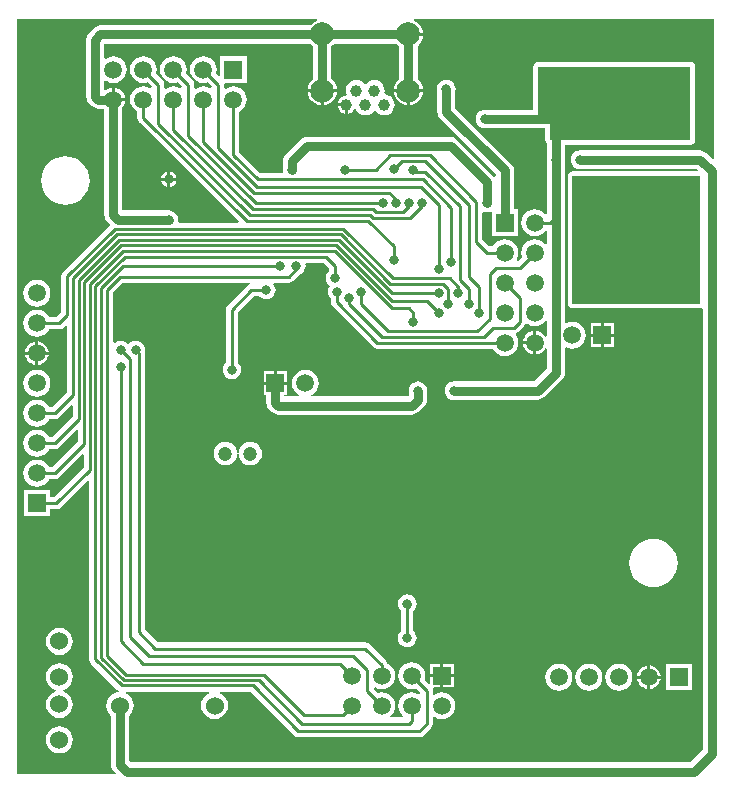
<source format=gbl>
%FSDAX24Y24*%
%MOIN*%
%SFA1B1*%

%IPPOS*%
%ADD10C,0.059100*%
%ADD32C,0.010000*%
%ADD33C,0.030000*%
%ADD39C,0.060000*%
%ADD40R,0.059100X0.059100*%
%ADD41C,0.047200*%
%ADD42R,0.059100X0.059100*%
%ADD43C,0.039400*%
%ADD44C,0.078700*%
%ADD45C,0.031500*%
%ADD46R,0.425000X0.425000*%
%ADD47R,0.470000X0.070000*%
%ADD48R,0.510000X0.190000*%
%LNde-300617-1*%
%LPD*%
G36*
X035968Y033125D02*
X035922Y033106D01*
X035714Y033314*
X035651Y033362*
X035578Y033392*
X035500Y033403*
X031557*
X031500Y033410*
X031420Y033400*
X031345Y033369*
X031281Y033319*
X031231Y033255*
X031200Y033180*
X031190Y033100*
X031200Y033020*
X031231Y032945*
X031281Y032881*
X031345Y032831*
X031420Y032800*
X031500Y032790*
X031557Y032797*
X035375*
X035423Y032749*
X035404Y032703*
X031250*
X031191Y032691*
X031142Y032658*
X031109Y032609*
X031097Y032550*
Y028300*
X031109Y028241*
X031142Y028192*
X031191Y028159*
X031250Y028147*
X035500*
X035539Y028155*
X035589Y028124*
Y013417*
X035175Y013003*
X016525*
X016478Y013050*
Y014565*
X016496Y014579*
X016568Y014673*
X016614Y014783*
X016629Y014900*
X016614Y015017*
X016568Y015127*
X016496Y015221*
X016402Y015293*
X016347Y015316*
X016357Y015366*
X019143*
X019153Y015316*
X019098Y015293*
X019004Y015221*
X018932Y015127*
X018886Y015017*
X018871Y014900*
X018886Y014783*
X018932Y014673*
X019004Y014579*
X019098Y014507*
X019207Y014462*
X019325Y014446*
X019442Y014462*
X019552Y014507*
X019646Y014579*
X019718Y014673*
X019763Y014783*
X019779Y014900*
X019763Y015017*
X019718Y015127*
X019646Y015221*
X019552Y015293*
X019496Y015316*
X019506Y015366*
X020516*
X021976Y013906*
X022042Y013862*
X022120Y013846*
X026150*
X026228Y013862*
X026294Y013906*
X026544Y014156*
X026588Y014222*
X026604Y014300*
Y014509*
X026649Y014532*
X026675Y014511*
X026784Y014466*
X026900Y014451*
X027016Y014466*
X027125Y014511*
X027218Y014582*
X027289Y014675*
X027334Y014784*
X027349Y014900*
X027334Y015016*
X027289Y015125*
X027218Y015218*
X027125Y015289*
X027016Y015334*
X026900Y015349*
X026784Y015334*
X026675Y015289*
X026649Y015268*
X026604Y015291*
Y015400*
X026593Y015455*
X026626Y015505*
X026850*
Y015850*
X026505*
Y015649*
X026459Y015630*
X026325Y015763*
X026334Y015784*
X026349Y015900*
X026334Y016016*
X026289Y016125*
X026218Y016218*
X026125Y016289*
X026016Y016334*
X025900Y016349*
X025784Y016334*
X025675Y016289*
X025582Y016218*
X025511Y016125*
X025466Y016016*
X025451Y015900*
X025466Y015784*
X025511Y015675*
X025582Y015582*
X025675Y015511*
X025784Y015466*
X025900Y015451*
X026016Y015466*
X026037Y015475*
X026176Y015336*
X026173Y015315*
X026130Y015292*
X026120Y015291*
X026016Y015334*
X025900Y015349*
X025784Y015334*
X025675Y015289*
X025582Y015218*
X025511Y015125*
X025466Y015016*
X025451Y014900*
X025466Y014784*
X025511Y014675*
X025582Y014582*
X025620Y014554*
X025603Y014504*
X025197*
X025180Y014554*
X025218Y014582*
X025289Y014675*
X025334Y014784*
X025349Y014900*
X025334Y015016*
X025289Y015125*
X025218Y015218*
X025125Y015289*
X025016Y015334*
X024900Y015349*
X024784Y015334*
X024763Y015325*
X024624Y015464*
X024627Y015485*
X024670Y015508*
X024680Y015509*
X024784Y015466*
X024900Y015451*
X025016Y015466*
X025125Y015511*
X025218Y015582*
X025289Y015675*
X025334Y015784*
X025349Y015900*
X025334Y016016*
X025289Y016125*
X025218Y016218*
X025125Y016289*
X025094Y016302*
X025088Y016328*
X025044Y016394*
X024494Y016944*
X024428Y016988*
X024350Y017004*
X017434*
X017004Y017434*
Y026650*
X017000Y026671*
X017010Y026750*
X017000Y026830*
X016969Y026905*
X016919Y026969*
X016855Y027019*
X016780Y027050*
X016700Y027060*
X016620Y027050*
X016545Y027019*
X016481Y026969*
X016475Y026962*
X016425*
X016419Y026969*
X016355Y027019*
X016280Y027050*
X016200Y027060*
X016120Y027050*
X016045Y027019*
X016004Y026987*
X015954Y027012*
Y028684*
X016266Y028996*
X020506*
X020511Y028946*
X020472Y028938*
X020406Y028894*
X019756Y028244*
X019712Y028178*
X019696Y028100*
Y026331*
X019681Y026319*
X019631Y026255*
X019600Y026180*
X019590Y026100*
X019600Y026020*
X019631Y025945*
X019681Y025881*
X019745Y025831*
X019820Y025800*
X019900Y025790*
X019980Y025800*
X020055Y025831*
X020119Y025881*
X020169Y025945*
X020200Y026020*
X020210Y026100*
X020200Y026180*
X020169Y026255*
X020119Y026319*
X020104Y026331*
Y028016*
X020634Y028546*
X020819*
X020831Y028531*
X020895Y028481*
X020970Y028450*
X021050Y028440*
X021130Y028450*
X021205Y028481*
X021269Y028531*
X021319Y028595*
X021350Y028670*
X021360Y028750*
X021350Y028830*
X021319Y028905*
X021287Y028946*
X021312Y028996*
X021800*
X021878Y029012*
X021944Y029056*
X022145Y029256*
X022205Y029281*
X022269Y029331*
X022319Y029395*
X022350Y029470*
X022360Y029550*
X022353Y029604*
X022389Y029654*
X022958*
X023146Y029466*
Y029381*
X023131Y029369*
X023081Y029305*
X023050Y029230*
X023040Y029150*
X023050Y029070*
X023081Y028995*
X023131Y028931*
X023168Y028902*
X023131Y028855*
X023100Y028780*
X023090Y028700*
X023100Y028620*
X023131Y028545*
X023181Y028481*
X023196Y028469*
Y028350*
X023212Y028272*
X023256Y028206*
X024606Y026856*
X024672Y026812*
X024750Y026796*
X028602*
X028611Y026775*
X028682Y026682*
X028775Y026611*
X028884Y026566*
X029000Y026551*
X029116Y026566*
X029225Y026611*
X029318Y026682*
X029389Y026775*
X029434Y026884*
X029449Y027000*
X029434Y027116*
X029389Y027225*
X029358Y027264*
X029372Y027302*
X029383Y027315*
X029444Y027356*
X029644Y027556*
X029685Y027617*
X029698Y027628*
X029736Y027642*
X029775Y027611*
X029884Y027566*
X030000Y027551*
X030116Y027566*
X030225Y027611*
X030318Y027682*
X030347Y027721*
X030397Y027704*
Y027204*
X030347Y027194*
X030345Y027199*
X030282Y027282*
X030199Y027345*
X030103Y027385*
X030050Y027392*
Y027000*
Y026608*
X030103Y026615*
X030199Y026655*
X030282Y026718*
X030345Y026801*
X030347Y026806*
X030397Y026796*
Y026125*
X029975Y025703*
X027357*
X027300Y025710*
X027220Y025700*
X027145Y025669*
X027081Y025619*
X027031Y025555*
X027000Y025480*
X026990Y025400*
X027000Y025320*
X027031Y025245*
X027081Y025181*
X027145Y025131*
X027220Y025100*
X027300Y025090*
X027357Y025097*
X030100*
X030178Y025108*
X030251Y025138*
X030314Y025186*
X030914Y025786*
X030962Y025849*
X030992Y025922*
X031003Y026000*
Y026819*
X031053Y026850*
X031134Y026816*
X031250Y026801*
X031366Y026816*
X031475Y026861*
X031568Y026932*
X031639Y027025*
X031684Y027134*
X031699Y027250*
X031684Y027366*
X031639Y027475*
X031568Y027568*
X031475Y027639*
X031366Y027684*
X031250Y027699*
X031134Y027684*
X031053Y027650*
X031003Y027681*
Y031200*
Y033043*
X031010Y033100*
X031003Y033157*
Y033597*
X035200*
X035259Y033609*
X035308Y033642*
X035341Y033691*
X035353Y033750*
Y034450*
Y036200*
X035341Y036259*
X035308Y036308*
X035259Y036341*
X035200Y036353*
X030100*
X030041Y036341*
X029992Y036308*
X029959Y036259*
X029947Y036200*
Y034753*
X028394*
X028337Y034760*
X028256Y034750*
X028182Y034719*
X028117Y034669*
X028068Y034605*
X028037Y034530*
X028026Y034450*
X028037Y034370*
X028068Y034295*
X028117Y034231*
X028182Y034181*
X028256Y034150*
X028337Y034140*
X028394Y034147*
X030098*
X030100*
X030347*
Y033750*
X030359Y033691*
X030392Y033642*
X030397Y033638*
Y033157*
X030390Y033100*
X030397Y033043*
Y031296*
X030347Y031279*
X030318Y031318*
X030225Y031389*
X030116Y031434*
X030000Y031449*
X029884Y031434*
X029775Y031389*
X029682Y031318*
X029611Y031225*
X029566Y031116*
X029551Y031000*
X029566Y030884*
X029611Y030775*
X029682Y030682*
X029775Y030611*
X029884Y030566*
X030000Y030551*
X030116Y030566*
X030225Y030611*
X030318Y030682*
X030347Y030721*
X030397Y030704*
Y030296*
X030347Y030279*
X030318Y030318*
X030225Y030389*
X030116Y030434*
X030000Y030449*
X029884Y030434*
X029775Y030389*
X029682Y030318*
X029611Y030225*
X029566Y030116*
X029551Y030000*
X029566Y029884*
X029575Y029863*
X029436Y029724*
X029415Y029727*
X029392Y029770*
X029391Y029780*
X029434Y029884*
X029449Y030000*
X029434Y030116*
X029389Y030225*
X029318Y030318*
X029225Y030389*
X029116Y030434*
X029000Y030449*
X028884Y030434*
X028775Y030389*
X028682Y030318*
X028611Y030225*
X028602Y030204*
X028484*
X028254Y030434*
Y031333*
X028295Y031360*
X028320Y031350*
X028400Y031340*
X028480Y031350*
X028513Y031364*
X028555Y031336*
Y030555*
X029445*
Y031445*
X029303*
Y032750*
X029292Y032828*
X029262Y032901*
X029214Y032964*
X027353Y034825*
Y035393*
X027360Y035450*
X027350Y035530*
X027319Y035605*
X027269Y035669*
X027205Y035719*
X027130Y035750*
X027050Y035760*
X026970Y035750*
X026895Y035719*
X026831Y035669*
X026781Y035605*
X026750Y035530*
X026740Y035450*
X026747Y035393*
Y034700*
X026758Y034622*
X026788Y034549*
X026836Y034486*
X028697Y032625*
Y032537*
X028647Y032520*
X028614Y032564*
X027414Y033764*
X027351Y033812*
X027278Y033842*
X027200Y033853*
X022400*
X022322Y033842*
X022249Y033812*
X022186Y033764*
X021686Y033264*
X021638Y033201*
X021608Y033128*
X021597Y033050*
Y032807*
X021590Y032750*
X021597Y032696*
X021561Y032646*
X020842*
X020154Y033334*
Y034702*
X020175Y034711*
X020268Y034782*
X020339Y034875*
X020384Y034984*
X020399Y035100*
X020384Y035216*
X020339Y035325*
X020268Y035418*
X020175Y035489*
X020066Y035534*
X019950Y035549*
X019834Y035534*
X019725Y035489*
X019699Y035468*
X019654Y035491*
Y035600*
X019651Y035616*
X019682Y035655*
X020395*
Y036545*
X019505*
Y035899*
X019459Y035880*
X019375Y035963*
X019384Y035984*
X019399Y036100*
X019384Y036216*
X019339Y036325*
X019268Y036418*
X019175Y036489*
X019066Y036534*
X018950Y036549*
X018834Y036534*
X018725Y036489*
X018632Y036418*
X018561Y036325*
X018516Y036216*
X018501Y036100*
X018516Y035984*
X018561Y035875*
X018632Y035782*
X018725Y035711*
X018834Y035666*
X018950Y035651*
X019066Y035666*
X019087Y035675*
X019226Y035536*
X019223Y035515*
X019180Y035492*
X019170Y035491*
X019066Y035534*
X018950Y035549*
X018834Y035534*
X018725Y035489*
X018699Y035468*
X018654Y035491*
Y035600*
X018638Y035678*
X018594Y035744*
X018375Y035963*
X018384Y035984*
X018399Y036100*
X018384Y036216*
X018339Y036325*
X018268Y036418*
X018175Y036489*
X018066Y036534*
X017950Y036549*
X017834Y036534*
X017725Y036489*
X017632Y036418*
X017561Y036325*
X017516Y036216*
X017501Y036100*
X017516Y035984*
X017561Y035875*
X017632Y035782*
X017725Y035711*
X017834Y035666*
X017950Y035651*
X018066Y035666*
X018087Y035675*
X018226Y035536*
X018223Y035515*
X018180Y035492*
X018170Y035491*
X018066Y035534*
X017950Y035549*
X017834Y035534*
X017725Y035489*
X017699Y035468*
X017654Y035491*
Y035600*
X017638Y035678*
X017594Y035744*
X017375Y035963*
X017384Y035984*
X017399Y036100*
X017384Y036216*
X017339Y036325*
X017268Y036418*
X017175Y036489*
X017066Y036534*
X016950Y036549*
X016834Y036534*
X016725Y036489*
X016632Y036418*
X016561Y036325*
X016516Y036216*
X016501Y036100*
X016516Y035984*
X016561Y035875*
X016632Y035782*
X016725Y035711*
X016834Y035666*
X016950Y035651*
X017066Y035666*
X017087Y035675*
X017226Y035536*
X017223Y035515*
X017180Y035492*
X017170Y035491*
X017066Y035534*
X016950Y035549*
X016834Y035534*
X016725Y035489*
X016632Y035418*
X016561Y035325*
X016516Y035216*
X016501Y035100*
X016516Y034984*
X016561Y034875*
X016632Y034782*
X016725Y034711*
X016746Y034702*
Y034500*
X016762Y034422*
X016806Y034356*
X020122Y031040*
X020102Y030994*
X018130*
X018095Y031044*
X018103Y031100*
X018092Y031178*
X018062Y031251*
X018014Y031314*
X017951Y031362*
X017878Y031392*
X017800Y031403*
X016253*
Y034845*
X016295Y034901*
X016335Y034997*
X016342Y035050*
X015950*
Y035100*
X015900*
Y035492*
X015847Y035485*
X015751Y035445*
X015703Y035408*
X015653Y035421*
Y035710*
X015697Y035733*
X015725Y035711*
X015834Y035666*
X015950Y035651*
X016066Y035666*
X016175Y035711*
X016268Y035782*
X016339Y035875*
X016384Y035984*
X016399Y036100*
X016384Y036216*
X016339Y036325*
X016268Y036418*
X016175Y036489*
X016066Y036534*
X015950Y036549*
X015834Y036534*
X015725Y036489*
X015697Y036467*
X015653Y036490*
Y036967*
X022523*
X022561Y036918*
X022610Y036880*
Y035790*
X022561Y035752*
X022482Y035649*
X022432Y035529*
X022422Y035450*
X022913*
Y035400*
Y035450*
X023404*
X023394Y035529*
X023344Y035649*
X023265Y035752*
X023216Y035790*
Y036880*
X023265Y036918*
X023303Y036967*
X025397*
X025435Y036918*
X025484Y036880*
Y035790*
X025435Y035752*
X025356Y035649*
X025306Y035529*
X025296Y035450*
X025787*
X026278*
X026268Y035529*
X026218Y035649*
X026139Y035752*
X026090Y035790*
Y036880*
X026139Y036918*
X026218Y037021*
X026268Y037141*
X026278Y037220*
X025787*
Y037320*
X026278*
X026268Y037399*
X026218Y037519*
X026139Y037622*
X026036Y037701*
X025951Y037737*
X025961Y037787*
X035968*
Y033125*
G37*
G36*
X022749Y037737D02*
X022664Y037701D01*
X022561Y037622*
X022523Y037573*
X015520*
X015442Y037562*
X015369Y037532*
X015306Y037484*
X015136Y037314*
X015088Y037251*
X015058Y037178*
X015047Y037100*
Y035200*
X015058Y035122*
X015088Y035049*
X015136Y034986*
X015236Y034886*
X015299Y034838*
X015372Y034808*
X015450Y034797*
X015647*
Y031250*
X015658Y031172*
X015688Y031099*
X015736Y031036*
X015842Y030930*
X014276Y029364*
X014232Y029298*
X014216Y029220*
Y028004*
X014066Y027854*
X013798*
X013789Y027875*
X013718Y027968*
X013625Y028039*
X013516Y028084*
X013400Y028099*
X013284Y028084*
X013175Y028039*
X013082Y027968*
X013011Y027875*
X012966Y027766*
X012951Y027650*
X012966Y027534*
X013011Y027425*
X013082Y027332*
X013175Y027261*
X013284Y027216*
X013400Y027201*
X013516Y027216*
X013625Y027261*
X013718Y027332*
X013789Y027425*
X013798Y027446*
X014150*
X014228Y027462*
X014294Y027506*
X014350Y027562*
X014396Y027542*
Y025334*
X013916Y024854*
X013798*
X013789Y024875*
X013718Y024968*
X013625Y025039*
X013516Y025084*
X013400Y025099*
X013284Y025084*
X013175Y025039*
X013082Y024968*
X013011Y024875*
X012966Y024766*
X012951Y024650*
X012966Y024534*
X013011Y024425*
X013082Y024332*
X013175Y024261*
X013284Y024216*
X013400Y024201*
X013516Y024216*
X013625Y024261*
X013718Y024332*
X013789Y024425*
X013798Y024446*
X014000*
X014078Y024462*
X014144Y024506*
X014550Y024911*
X014596Y024892*
Y024534*
X013916Y023854*
X013798*
X013789Y023875*
X013718Y023968*
X013625Y024039*
X013516Y024084*
X013400Y024099*
X013284Y024084*
X013175Y024039*
X013082Y023968*
X013011Y023875*
X012966Y023766*
X012951Y023650*
X012966Y023534*
X013011Y023425*
X013082Y023332*
X013175Y023261*
X013284Y023216*
X013400Y023201*
X013516Y023216*
X013625Y023261*
X013718Y023332*
X013789Y023425*
X013798Y023446*
X014000*
X014078Y023462*
X014144Y023506*
X014730Y024091*
X014776Y024072*
Y023714*
X013916Y022854*
X013798*
X013789Y022875*
X013718Y022968*
X013625Y023039*
X013516Y023084*
X013400Y023099*
X013284Y023084*
X013175Y023039*
X013082Y022968*
X013011Y022875*
X012966Y022766*
X012951Y022650*
X012966Y022534*
X013011Y022425*
X013082Y022332*
X013175Y022261*
X013284Y022216*
X013400Y022201*
X013516Y022216*
X013625Y022261*
X013718Y022332*
X013789Y022425*
X013798Y022446*
X014000*
X014078Y022462*
X014144Y022506*
X014910Y023272*
X014956Y023252*
Y022844*
X013966Y021854*
X013845*
Y022095*
X012955*
Y021205*
X013845*
Y021446*
X014050*
X014128Y021462*
X014194Y021506*
X015100Y022411*
X015146Y022392*
Y016445*
X015162Y016367*
X015206Y016301*
X016081Y015426*
X016124Y015398*
X016111Y015345*
X016058Y015338*
X015948Y015293*
X015854Y015221*
X015782Y015127*
X015737Y015017*
X015721Y014900*
X015737Y014783*
X015782Y014673*
X015854Y014579*
X015873Y014565*
Y012925*
X015883Y012846*
X015913Y012774*
X015961Y012711*
X016022Y012650*
X016003Y012604*
X012754*
Y037787*
X022739*
X022749Y037737*
G37*
%LNde-300617-2*%
%LPC*%
G36*
X024650Y035750D02*
X024559Y035738D01*
X024475Y035703*
X024403Y035647*
X024375Y035611*
X024325*
X024297Y035647*
X024225Y035703*
X024141Y035738*
X024050Y035750*
X023959Y035738*
X023875Y035703*
X023803Y035647*
X023747Y035575*
X023712Y035491*
X023700Y035400*
X023712Y035309*
X023726Y035276*
X023725Y035270*
X023694Y035223*
X023643Y035217*
X023570Y035187*
X023508Y035139*
X023461Y035077*
X023431Y035005*
X023427Y034978*
X023720*
Y034928*
X023770*
Y034635*
X023798Y034638*
X023870Y034668*
X023932Y034716*
X023979Y034778*
X023981Y034782*
X024035*
X024047Y034753*
X024103Y034680*
X024175Y034625*
X024259Y034590*
X024350Y034578*
X024441Y034590*
X024525Y034625*
X024597Y034680*
X024635Y034729*
X024636Y034730*
X024694*
X024695Y034729*
X024733Y034680*
X024805Y034625*
X024889Y034590*
X024980Y034578*
X025070Y034590*
X025155Y034625*
X025227Y034680*
X025283Y034753*
X025318Y034837*
X025330Y034928*
X025318Y035018*
X025283Y035102*
X025227Y035175*
X025155Y035231*
X025070Y035265*
X025026Y035271*
X024988Y035309*
X025000Y035400*
X024988Y035491*
X024953Y035575*
X024897Y035647*
X024825Y035703*
X024741Y035738*
X024650Y035750*
G37*
G36*
X016000Y035492D02*
Y035150D01*
X016342*
X016335Y035203*
X016295Y035299*
X016232Y035382*
X016149Y035445*
X016053Y035485*
X016000Y035492*
G37*
G36*
X026278Y035350D02*
X025837D01*
Y034909*
X025916Y034919*
X026036Y034969*
X026139Y035048*
X026218Y035151*
X026268Y035271*
X026278Y035350*
G37*
G36*
X023404D02*
X022963D01*
Y034909*
X023042Y034919*
X023162Y034969*
X023265Y035048*
X023344Y035151*
X023394Y035271*
X023404Y035350*
G37*
G36*
X025737D02*
X025296D01*
X025306Y035271*
X025356Y035151*
X025435Y035048*
X025538Y034969*
X025658Y034919*
X025737Y034909*
Y035350*
G37*
G36*
X022863D02*
X022422D01*
X022432Y035271*
X022482Y035151*
X022561Y035048*
X022664Y034969*
X022784Y034919*
X022863Y034909*
Y035350*
G37*
G36*
X023670Y034878D02*
X023427D01*
X023431Y034850*
X023461Y034778*
X023508Y034716*
X023570Y034668*
X023643Y034638*
X023670Y034635*
Y034878*
G37*
G36*
X017850Y032703D02*
Y032500D01*
X018053*
X018051Y032517*
X018025Y032580*
X017984Y032634*
X017930Y032675*
X017867Y032701*
X017850Y032703*
G37*
G36*
X017750D02*
X017733Y032701D01*
X017670Y032675*
X017616Y032634*
X017575Y032580*
X017549Y032517*
X017547Y032500*
X017750*
Y032703*
G37*
G36*
X018053Y032400D02*
X017850D01*
Y032197*
X017867Y032199*
X017930Y032225*
X017984Y032266*
X018025Y032320*
X018051Y032383*
X018053Y032400*
G37*
G36*
X017750D02*
X017547D01*
X017549Y032383*
X017575Y032320*
X017616Y032266*
X017670Y032225*
X017733Y032199*
X017750Y032197*
Y032400*
G37*
G36*
X032645Y027645D02*
X032300D01*
Y027300*
X032645*
Y027645*
G37*
G36*
X032200D02*
X031855D01*
Y027300*
X032200*
Y027645*
G37*
G36*
X029950Y027392D02*
X029897Y027385D01*
X029801Y027345*
X029718Y027282*
X029655Y027199*
X029615Y027103*
X029608Y027050*
X029950*
Y027392*
G37*
G36*
X032645Y027200D02*
X032300D01*
Y026855*
X032645*
Y027200*
G37*
G36*
X032200D02*
X031855D01*
Y026855*
X032200*
Y027200*
G37*
G36*
X029950Y026950D02*
X029608D01*
X029615Y026897*
X029655Y026801*
X029718Y026718*
X029801Y026655*
X029897Y026615*
X029950Y026608*
Y026950*
G37*
G36*
X021745Y026045D02*
X021400D01*
Y025700*
X021745*
Y026045*
G37*
G36*
X021300D02*
X020955D01*
Y025700*
X021300*
Y026045*
G37*
G36*
X022350Y026099D02*
X022234Y026084D01*
X022125Y026039*
X022032Y025968*
X021961Y025875*
X021916Y025766*
X021901Y025650*
X021916Y025534*
X021961Y025425*
X022032Y025332*
X022125Y025261*
X022146Y025253*
X022136Y025203*
X021653*
Y025255*
X021745*
Y025600*
X020955*
Y025255*
X021047*
Y025000*
X021058Y024922*
X021088Y024849*
X021136Y024786*
X021236Y024686*
X021299Y024638*
X021372Y024608*
X021450Y024597*
X025900*
X025978Y024608*
X026051Y024638*
X026114Y024686*
X026314Y024886*
X026362Y024949*
X026392Y025022*
X026403Y025100*
Y025400*
X026392Y025478*
X026362Y025551*
X026314Y025614*
X026251Y025662*
X026178Y025692*
X026100Y025703*
X026022Y025692*
X025949Y025662*
X025886Y025614*
X025838Y025551*
X025808Y025478*
X025797Y025400*
Y025225*
X025775Y025203*
X022564*
X022554Y025253*
X022575Y025261*
X022668Y025332*
X022739Y025425*
X022784Y025534*
X022799Y025650*
X022784Y025766*
X022739Y025875*
X022668Y025968*
X022575Y026039*
X022466Y026084*
X022350Y026099*
G37*
G36*
X020513Y023690D02*
X020413Y023676D01*
X020319Y023637*
X020238Y023575*
X020176Y023495*
X020137Y023401*
X020129Y023338*
X020125Y023311*
X020075*
X020071Y023338*
X020063Y023401*
X020024Y023495*
X019962Y023575*
X019881Y023637*
X019787Y023676*
X019687Y023690*
X019586Y023676*
X019492Y023637*
X019411Y023575*
X019349Y023495*
X019310Y023401*
X019297Y023300*
X019310Y023199*
X019349Y023105*
X019411Y023025*
X019492Y022963*
X019586Y022924*
X019687Y022910*
X019787Y022924*
X019881Y022963*
X019962Y023025*
X020024Y023105*
X020063Y023199*
X020071Y023262*
X020075Y023289*
X020125*
X020129Y023262*
X020137Y023199*
X020176Y023105*
X020238Y023025*
X020319Y022963*
X020413Y022924*
X020513Y022910*
X020614Y022924*
X020708Y022963*
X020789Y023025*
X020851Y023105*
X020890Y023199*
X020903Y023300*
X020890Y023401*
X020851Y023495*
X020789Y023575*
X020708Y023637*
X020614Y023676*
X020513Y023690*
G37*
G36*
X033950Y020456D02*
X033793Y020440D01*
X033642Y020395*
X033502Y020320*
X033380Y020220*
X033280Y020098*
X033205Y019958*
X033160Y019807*
X033144Y019650*
X033160Y019493*
X033205Y019342*
X033280Y019202*
X033380Y019080*
X033502Y018980*
X033642Y018905*
X033793Y018860*
X033950Y018844*
X034107Y018860*
X034258Y018905*
X034398Y018980*
X034520Y019080*
X034620Y019202*
X034695Y019342*
X034740Y019493*
X034756Y019650*
X034740Y019807*
X034695Y019958*
X034620Y020098*
X034520Y020220*
X034398Y020320*
X034258Y020395*
X034107Y020440*
X033950Y020456*
G37*
G36*
X025750Y018610D02*
X025670Y018600D01*
X025595Y018569*
X025531Y018519*
X025481Y018455*
X025450Y018380*
X025440Y018300*
X025450Y018220*
X025481Y018145*
X025531Y018081*
X025546Y018069*
Y017381*
X025531Y017369*
X025481Y017305*
X025450Y017230*
X025440Y017150*
X025450Y017070*
X025481Y016995*
X025531Y016931*
X025595Y016881*
X025670Y016850*
X025750Y016840*
X025830Y016850*
X025905Y016881*
X025969Y016931*
X026019Y016995*
X026050Y017070*
X026060Y017150*
X026050Y017230*
X026019Y017305*
X025969Y017369*
X025954Y017381*
Y018066*
X025968Y018080*
X025969Y018081*
X025970Y018082*
X025994Y018106*
X026038Y018172*
X026046Y018212*
X026050Y018220*
X026053Y018245*
X026054Y018250*
Y018251*
X026060Y018300*
X026050Y018380*
X026019Y018455*
X025969Y018519*
X025905Y018569*
X025830Y018600*
X025750Y018610*
G37*
G36*
X027295Y016295D02*
X026950D01*
Y015950*
X027295*
Y016295*
G37*
G36*
X026850D02*
X026505D01*
Y015950*
X026850*
Y016295*
G37*
G36*
X033850Y016242D02*
Y015900D01*
X034192*
X034185Y015953*
X034145Y016049*
X034082Y016132*
X033999Y016195*
X033903Y016235*
X033850Y016242*
G37*
G36*
X033750D02*
X033697Y016235D01*
X033601Y016195*
X033518Y016132*
X033455Y016049*
X033415Y015953*
X033408Y015900*
X033750*
Y016242*
G37*
G36*
X027295Y015850D02*
X026950D01*
Y015505*
X027295*
Y015850*
G37*
G36*
X034192Y015800D02*
X033850D01*
Y015458*
X033903Y015465*
X033999Y015505*
X034082Y015568*
X034145Y015651*
X034185Y015747*
X034192Y015800*
G37*
G36*
X033750D02*
X033408D01*
X033415Y015747*
X033455Y015651*
X033518Y015568*
X033601Y015505*
X033697Y015465*
X033750Y015458*
Y015800*
G37*
G36*
X035245Y016295D02*
X034355D01*
Y015405*
X035245*
Y016295*
G37*
G36*
X032800Y016299D02*
X032684Y016284D01*
X032575Y016239*
X032482Y016168*
X032411Y016075*
X032366Y015966*
X032351Y015850*
X032366Y015734*
X032411Y015625*
X032482Y015532*
X032575Y015461*
X032684Y015416*
X032800Y015401*
X032916Y015416*
X033025Y015461*
X033118Y015532*
X033189Y015625*
X033234Y015734*
X033249Y015850*
X033234Y015966*
X033189Y016075*
X033118Y016168*
X033025Y016239*
X032916Y016284*
X032800Y016299*
G37*
G36*
X031800D02*
X031684Y016284D01*
X031575Y016239*
X031482Y016168*
X031411Y016075*
X031366Y015966*
X031351Y015850*
X031366Y015734*
X031411Y015625*
X031482Y015532*
X031575Y015461*
X031684Y015416*
X031800Y015401*
X031916Y015416*
X032025Y015461*
X032118Y015532*
X032189Y015625*
X032234Y015734*
X032249Y015850*
X032234Y015966*
X032189Y016075*
X032118Y016168*
X032025Y016239*
X031916Y016284*
X031800Y016299*
G37*
G36*
X030800D02*
X030684Y016284D01*
X030575Y016239*
X030482Y016168*
X030411Y016075*
X030366Y015966*
X030351Y015850*
X030366Y015734*
X030411Y015625*
X030482Y015532*
X030575Y015461*
X030684Y015416*
X030800Y015401*
X030916Y015416*
X031025Y015461*
X031118Y015532*
X031189Y015625*
X031234Y015734*
X031249Y015850*
X031234Y015966*
X031189Y016075*
X031118Y016168*
X031025Y016239*
X030916Y016284*
X030800Y016299*
G37*
G36*
X014350Y033206D02*
X014193Y033190D01*
X014042Y033145*
X013902Y033070*
X013780Y032970*
X013680Y032848*
X013605Y032708*
X013560Y032557*
X013544Y032400*
X013560Y032243*
X013605Y032092*
X013680Y031952*
X013780Y031830*
X013902Y031730*
X014042Y031655*
X014193Y031610*
X014350Y031594*
X014507Y031610*
X014658Y031655*
X014798Y031730*
X014920Y031830*
X015020Y031952*
X015095Y032092*
X015140Y032243*
X015156Y032400*
X015140Y032557*
X015095Y032708*
X015020Y032848*
X014920Y032970*
X014798Y033070*
X014658Y033145*
X014507Y033190*
X014350Y033206*
G37*
G36*
X013400Y029099D02*
X013284Y029084D01*
X013175Y029039*
X013082Y028968*
X013011Y028875*
X012966Y028766*
X012951Y028650*
X012966Y028534*
X013011Y028425*
X013082Y028332*
X013175Y028261*
X013284Y028216*
X013400Y028201*
X013516Y028216*
X013625Y028261*
X013718Y028332*
X013789Y028425*
X013834Y028534*
X013849Y028650*
X013834Y028766*
X013789Y028875*
X013718Y028968*
X013625Y029039*
X013516Y029084*
X013400Y029099*
G37*
G36*
X013450Y027042D02*
Y026700D01*
X013792*
X013785Y026753*
X013745Y026849*
X013682Y026932*
X013599Y026995*
X013503Y027035*
X013450Y027042*
G37*
G36*
X013350D02*
X013297Y027035D01*
X013201Y026995*
X013118Y026932*
X013055Y026849*
X013015Y026753*
X013008Y026700*
X013350*
Y027042*
G37*
G36*
X013792Y026600D02*
X013450D01*
Y026258*
X013503Y026265*
X013599Y026305*
X013682Y026368*
X013745Y026451*
X013785Y026547*
X013792Y026600*
G37*
G36*
X013350D02*
X013008D01*
X013015Y026547*
X013055Y026451*
X013118Y026368*
X013201Y026305*
X013297Y026265*
X013350Y026258*
Y026600*
G37*
G36*
X013400Y026099D02*
X013284Y026084D01*
X013175Y026039*
X013082Y025968*
X013011Y025875*
X012966Y025766*
X012951Y025650*
X012966Y025534*
X013011Y025425*
X013082Y025332*
X013175Y025261*
X013284Y025216*
X013400Y025201*
X013516Y025216*
X013625Y025261*
X013718Y025332*
X013789Y025425*
X013834Y025534*
X013849Y025650*
X013834Y025766*
X013789Y025875*
X013718Y025968*
X013625Y026039*
X013516Y026084*
X013400Y026099*
G37*
G36*
X014150Y017494D02*
X014033Y017479D01*
X013923Y017434*
X013829Y017361*
X013757Y017267*
X013712Y017158*
X013696Y017041*
X013712Y016923*
X013757Y016814*
X013829Y016720*
X013923Y016647*
X014033Y016602*
X014150Y016587*
X014267Y016602*
X014377Y016647*
X014471Y016720*
X014543Y016814*
X014588Y016923*
X014604Y017041*
X014588Y017158*
X014543Y017267*
X014471Y017361*
X014377Y017434*
X014267Y017479*
X014150Y017494*
G37*
G36*
Y016313D02*
X014033Y016298D01*
X013923Y016253*
X013829Y016180*
X013757Y016086*
X013712Y015977*
X013696Y015859*
X013712Y015742*
X013757Y015633*
X013829Y015539*
X013923Y015466*
X014021Y015426*
X014023Y015420*
Y015380*
X014021Y015374*
X013923Y015334*
X013829Y015261*
X013757Y015167*
X013712Y015058*
X013696Y014941*
X013712Y014823*
X013757Y014714*
X013829Y014620*
X013923Y014547*
X014033Y014502*
X014150Y014487*
X014267Y014502*
X014377Y014547*
X014471Y014620*
X014543Y014714*
X014588Y014823*
X014604Y014941*
X014588Y015058*
X014543Y015167*
X014471Y015261*
X014377Y015334*
X014279Y015374*
X014277Y015380*
Y015420*
X014279Y015426*
X014377Y015466*
X014471Y015539*
X014543Y015633*
X014588Y015742*
X014604Y015859*
X014588Y015977*
X014543Y016086*
X014471Y016180*
X014377Y016253*
X014267Y016298*
X014150Y016313*
G37*
G36*
Y014213D02*
X014033Y014198D01*
X013923Y014153*
X013829Y014080*
X013757Y013986*
X013712Y013877*
X013696Y013759*
X013712Y013642*
X013757Y013533*
X013829Y013439*
X013923Y013366*
X014033Y013321*
X014150Y013306*
X014267Y013321*
X014377Y013366*
X014471Y013439*
X014543Y013533*
X014588Y013642*
X014604Y013759*
X014588Y013877*
X014543Y013986*
X014471Y014080*
X014377Y014153*
X014267Y014198*
X014150Y014213*
G37*
%LNde-300617-3*%
%LPD*%
G54D10*
X013400Y028650D03*
Y027650D03*
Y026650D03*
Y025650D03*
Y024650D03*
Y023650D03*
Y022650D03*
X031250Y027250D03*
X033800Y015850D03*
X032800D03*
X031800D03*
X030800D03*
X022350Y025650D03*
X026900Y014900D03*
X025900Y015900D03*
Y014900D03*
X024900Y015900D03*
Y014900D03*
X023900Y015900D03*
Y014900D03*
X030000Y031000D03*
X029000Y030000D03*
X030000D03*
X029000Y029000D03*
X030000D03*
X029000Y028000D03*
X030000D03*
X029000Y027000D03*
X030000D03*
X019950Y035100D03*
X018950Y036100D03*
Y035100D03*
X017950Y036100D03*
Y035100D03*
X016950Y036100D03*
Y035100D03*
X015950Y036100D03*
Y035100D03*
G54D32*
X019950Y033250D02*
Y035100D01*
Y033250D02*
X020757Y032443D01*
X018950Y033700D02*
Y035100D01*
Y033700D02*
X020650Y032000D01*
X026800Y029450D02*
Y031600D01*
X026200Y032200D02*
X026800Y031600D01*
X020745Y032200D02*
X026200D01*
X025950Y027700D02*
Y028000D01*
X025800Y028150D02*
X025950Y028000D01*
X025232Y028150D02*
X025800D01*
X023332Y030050D02*
X025232Y028150D01*
X026400Y028400D02*
X026800Y028000D01*
X025236Y028400D02*
X026400D01*
X023386Y030250D02*
X025236Y028400D01*
X023350Y029150D02*
Y029550D01*
X023043Y029857D02*
X023350Y029550D01*
X016330Y029857D02*
X023043D01*
X015160Y022760D02*
Y028942D01*
X014980Y023630D02*
Y029016D01*
X014600Y025250D02*
Y029145D01*
X016182Y029200D02*
X021800D01*
X015750Y028768D02*
X016182Y029200D01*
X015750Y016555D02*
Y028768D01*
X016277Y029550D02*
X021500D01*
X015550Y028823D02*
X016277Y029550D01*
X015550Y016500D02*
Y028823D01*
X015350Y028877D02*
X016330Y029857D01*
X015350Y016445D02*
Y028877D01*
X016268Y030050D02*
X023332D01*
X015160Y028942D02*
X016268Y030050D01*
X016214Y030250D02*
X023386D01*
X014980Y029016D02*
X016214Y030250D01*
X016139Y030430D02*
X023461D01*
X014800Y029091D02*
X016139Y030430D01*
X014800Y024450D02*
Y029091D01*
X016065Y030610D02*
X023535D01*
X014600Y029145D02*
X016065Y030610D01*
X015990Y030790D02*
X023610D01*
X014420Y029220D02*
X015990Y030790D01*
X014420Y027920D02*
Y029220D01*
X015750Y016555D02*
X016375Y015930D01*
X015550Y016500D02*
X016300Y015750D01*
X014050Y021650D02*
X015160Y022760D01*
X014000Y022650D02*
X014980Y023630D01*
X014000Y023650D02*
X014800Y024450D01*
X015350Y016445D02*
X016225Y015570D01*
X026150Y014050D02*
X026400Y014300D01*
X022120Y014050D02*
X026150D01*
X020600Y015570D02*
X022120Y014050D01*
X023600Y014600D02*
X023900Y014900D01*
X022305Y014600D02*
X023600D01*
X020975Y015930D02*
X022305Y014600D01*
X025800Y014300D02*
X025900Y014400D01*
X022250Y014300D02*
X025800D01*
X020800Y015750D02*
X022250Y014300D01*
X017350Y016800D02*
X024350D01*
X016800Y017350D02*
X017350Y016800D01*
X016800Y017350D02*
Y026650D01*
X017150Y016550D02*
X023950D01*
X016507Y017193D02*
X017150Y016550D01*
X016507Y017193D02*
Y026443D01*
X016950Y016300D02*
X023500D01*
X016200Y017050D02*
X016950Y016300D01*
X016200Y017050D02*
Y026200D01*
X025750Y017150D02*
Y018150D01*
X025850Y018250*
X018950Y036100D02*
X019450Y035600D01*
X016950Y036100D02*
X017450Y035600D01*
X017950Y036100D02*
X018450Y035600D01*
X026250Y031550D02*
Y031650D01*
X025800Y031550D02*
Y031650D01*
X025365Y031657D02*
Y031785D01*
X026005Y032750D02*
X026055Y032700D01*
X025950Y032750D02*
X026005D01*
X027093Y028307D02*
X027100Y028300D01*
X014150Y027650D02*
X014420Y027920D01*
X013400Y027650D02*
X014150D01*
X013400Y024650D02*
X014000D01*
X014600Y025250*
X027450Y028650D02*
Y028850D01*
X027157Y029143D02*
X027450Y028850D01*
X027108Y028300D02*
Y028792D01*
X026943Y028957D02*
X027108Y028792D01*
X013400Y022650D02*
X014000D01*
X013400Y023650D02*
X014000D01*
X013400Y021650D02*
X014050D01*
X027200Y029700D02*
Y031500D01*
X026257Y032443D02*
X027200Y031500D01*
X026055Y032700D02*
X026350D01*
X027507Y031543*
X016375Y015930D02*
X020975D01*
X021800Y029200D02*
X022050Y029450D01*
Y029550*
X020550Y028750D02*
X021050D01*
X019900Y026100D02*
Y028100D01*
X020550Y028750*
X016225Y015570D02*
X020600D01*
X026400Y014300D02*
Y015400D01*
X025900Y015900D02*
X026400Y015400D01*
X025900Y014400D02*
Y014900D01*
X016300Y015750D02*
X020800D01*
X016950Y034500D02*
Y035100D01*
Y034500D02*
X020400Y031050D01*
X024450D02*
X025289Y030211D01*
Y029739D02*
Y030211D01*
X025850Y031150D02*
X026250Y031550D01*
X024505Y031250D02*
X024605Y031150D01*
X025850*
X025593Y031343D02*
X025800Y031550D01*
X024600Y031450D02*
X024707Y031343D01*
X025593*
X028400Y030000D02*
X029000D01*
X028050Y030350D02*
X028400Y030000D01*
X028050Y030350D02*
Y031700D01*
X023661Y032761D02*
X024711D01*
X025187Y033237*
X026513*
X028050Y031700*
X025300Y032800D02*
X025557Y033057D01*
X026343*
X027800Y031600*
X025241Y028650D02*
X026800D01*
X027800Y029200D02*
Y031600D01*
Y029200D02*
X028150Y028850D01*
X024900Y015900D02*
Y016250D01*
X024400Y015400D02*
X024900Y014900D01*
X024400Y015400D02*
Y016100D01*
X023500Y016300D02*
X023900Y015900D01*
X016200Y026750D02*
X016507Y026443D01*
X016700Y026750D02*
X016800Y026650D01*
X023950Y016550D02*
X024400Y016100D01*
X024350Y016800D02*
X024900Y016250D01*
X027507Y029093D02*
Y031543D01*
Y029093D02*
X027800Y028800D01*
Y028300D02*
Y028800D01*
X028150Y028000D02*
Y028850D01*
X023610Y030790D02*
X025257Y029143D01*
X027157*
X023535Y030610D02*
X025188Y028957D01*
X026943*
X023461Y030430D02*
X025241Y028650D01*
X023400Y028350D02*
Y028700D01*
X023800Y028300D02*
Y028500D01*
X029000Y029000D02*
X029500Y028500D01*
Y027700D02*
Y028500D01*
X029300Y027500D02*
X029500Y027700D01*
X023400Y028350D02*
X024750Y027000D01*
X029000*
X023800Y028300D02*
X024900Y027200D01*
X024200Y028300D02*
X025120Y027380D01*
X024200Y028300D02*
Y028700D01*
X025120Y027380D02*
X028080D01*
X028500Y027800*
Y029300*
X024900Y027200D02*
X028300D01*
X028600Y027500*
X029300*
X028500Y029300D02*
X028700Y029500D01*
X029500*
X030000Y030000*
X025150Y032000D02*
X025365Y031785D01*
X020400Y031050D02*
X024450D01*
X020500Y031250D02*
X024505D01*
X017450Y034300D02*
Y035600D01*
Y034300D02*
X020500Y031250D01*
X017950Y034095D02*
X020595Y031450D01*
X017950Y034095D02*
Y035100D01*
X020595Y031450D02*
X024600D01*
X018450Y033900D02*
Y035600D01*
Y033900D02*
X020700Y031650D01*
X024950*
X020650Y032000D02*
X025150D01*
X020757Y032443D02*
X026257D01*
X019450Y033495D02*
X020745Y032200D01*
X019450Y033495D02*
Y035600D01*
X030000Y031000D02*
X030500D01*
X030700Y031200*
X025800Y018300D02*
X025850Y018250D01*
X025750Y018300D02*
X025800D01*
G54D33*
X035892Y013292D02*
Y032708D01*
X035500Y033100D02*
X035892Y032708D01*
X031500Y033100D02*
X035500D01*
X026100Y025100D02*
Y025400D01*
X025900Y024900D02*
X026100Y025100D01*
X021450Y024900D02*
X025900D01*
X021350Y025000D02*
Y025650D01*
Y025000D02*
X021450Y024900D01*
X028400Y031650D02*
Y032350D01*
X027200Y033550D02*
X028400Y032350D01*
X022400Y033550D02*
X027200D01*
X021900Y033050D02*
X022400Y033550D01*
X021900Y032750D02*
Y033050D01*
X016100Y031100D02*
X017800D01*
X015950Y031250D02*
X016100Y031100D01*
X015950Y031250D02*
Y035100D01*
X028337Y034450D02*
X030700D01*
Y033100D02*
Y034450D01*
X027300Y025400D02*
X030100D01*
X030700Y026000*
X027050Y034700D02*
Y035450D01*
Y034700D02*
X029000Y032750D01*
Y031000D02*
Y032750D01*
X030700Y026000D02*
Y031200D01*
Y033100*
X016175Y012925D02*
Y014900D01*
Y012925D02*
X016400Y012700D01*
X035300*
X035892Y013292*
X022913Y035400D02*
Y037270D01*
X015520D02*
X022913D01*
X015350Y037100D02*
X015520Y037270D01*
X015350Y035200D02*
Y037100D01*
Y035200D02*
X015450Y035100D01*
X015950*
X022913Y037270D02*
X025787D01*
Y035400D02*
Y037270D01*
G54D39*
X019325Y014900D03*
X016175D03*
X014150Y017041D03*
Y015859D03*
Y013759D03*
Y014941D03*
G54D40*
X013400Y021650D03*
X029000Y031000D03*
G54D41*
X020513Y023300D03*
X019687D03*
G54D42*
X032250Y027250D03*
X034800Y015850D03*
X021350Y025650D03*
X026900Y015900D03*
X019950Y036100D03*
G54D43*
X024980Y034928D03*
X024350D03*
X023720D03*
X024650Y035400D03*
X024050D03*
G54D44*
X025787Y035400D03*
X022913D03*
X025787Y037270D03*
X022913D03*
G54D45*
X030700Y035100D03*
X032550D03*
X032088D03*
X031625D03*
X031163D03*
Y034450D03*
X031625D03*
X032088D03*
X032550D03*
X033150Y029950D03*
Y030417D03*
Y030883D03*
Y031350D03*
X026100Y025400D03*
X028400Y031650D03*
X017800Y031100D03*
X023350Y029150D03*
X019900Y026100D03*
X025750Y017150D03*
X025300Y032800D03*
X025289Y029739D03*
X027100Y028300D03*
X026800Y028000D03*
X026250Y031650D03*
X025800D03*
X025365Y031657D03*
X025950Y032750D03*
X027200Y029700D03*
X026800Y029450D03*
X025950Y027700D03*
X026800Y028650D03*
X027450D03*
X022050Y029550D03*
X021500D03*
X021050Y028750D03*
X024950Y031650D03*
X023661Y032761D03*
X023400Y028700D03*
X016200Y026200D03*
Y026750D03*
X016700D03*
X028337Y034450D03*
X030700D03*
X027050Y035450D03*
X030700Y033100D03*
X027800Y028300D03*
X028150Y028000D03*
X024200Y028700D03*
X023800Y028500D03*
X021900Y032750D03*
X027300Y025400D03*
X025750Y018300D03*
X031500Y033100D03*
X017800Y032450D03*
G54D46*
X033375Y030425D03*
G54D47*
X032850Y034100D03*
G54D48*
X032650Y035250D03*
M02*
</source>
